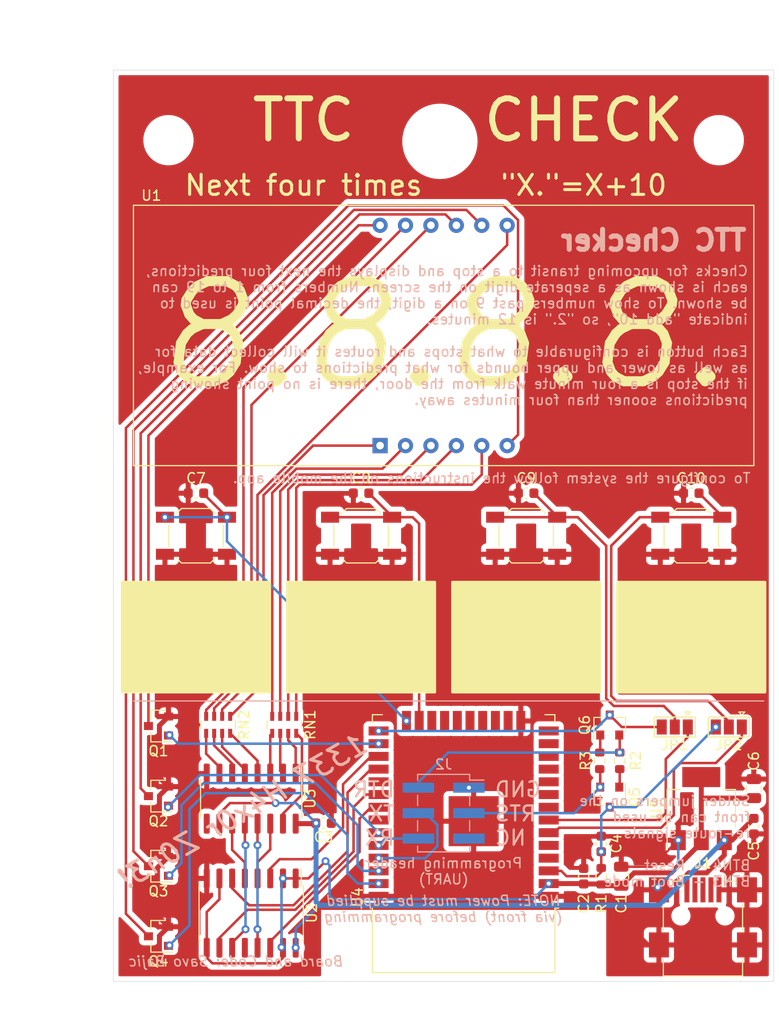
<source format=kicad_pcb>
(kicad_pcb (version 20211014) (generator pcbnew)
  (layers (0 "F.Cu" signal) (31 "B.Cu" signal) (34 "B.Paste" user) (35 "F.Paste" user) (36 "B.SilkS" user "B.Silkscreen") (37 "F.SilkS" user "F.Silkscreen") (38 "B.Mask" user) (39 "F.Mask" user) (44 "Edge.Cuts" user))
  (net 0 "")
  (net 1 "/EN")
  (net 2 "GND")
  (net 3 "/BUT_{1}")
  (net 4 "+3V3")
  (net 5 "/BUT_{2}")
  (net 6 "+5V")
  (net 7 "/RX")
  (net 8 "/TX")
  (net 9 "/RTS")
  (net 10 "/DTR")
  (net 11 "/BOOT")
  (net 12 "/SW_{3}")
  (net 13 "/SW_{4}")
  (net 18 "/E")
  (net 19 "/F")
  (net 20 "/G")
  (net 21 "/DP")
  (net 22 "/A")
  (net 23 "/B")
  (net 24 "/C")
  (net 25 "/D")
  (net 26 "/OE")
  (net 27 "/RCLK")
  (net 28 "/SRCLCK")
  (net 29 "/SER")
  (net 30 "/BUT_{3}")
  (net 31 "/BUT_{4}")
  (net 32 "/DIGIT_{1}")
  (net 33 "/DIGIT_{2}")
  (net 34 "Net-(Q5-Pad1)")
  (net 35 "Net-(Q6-Pad1)")
  (net 36 "/DIGIT_{3}")
  (net 37 "/DIGIT_{4}")
  (net 38 "Net-(RN2-Pad5)")
  (net 39 "Net-(RN2-Pad6)")
  (net 40 "Net-(RN2-Pad7)")
  (net 41 "Net-(RN2-Pad8)")
  (net 42 "Net-(RN1-Pad5)")
  (net 43 "Net-(RN1-Pad6)")
  (net 44 "Net-(RN1-Pad7)")
  (net 45 "Net-(RN1-Pad8)")
  (net 46 "/OE_{5V}")
  (net 48 "/RCLK_{5V}")
  (net 49 "/SRCLK_{5V}")
  (net 50 "/SER_{5V}")
  (net 70 "/C_{1}")
  (net 71 "/C_{2}")
  (net 72 "/C_{3}")
  (net 73 "/C_{4}")
  (footprint "Capacitor_SMD:C_0603_1608Metric" (layer "F.Cu") (at 103.75 109.275 -90)
    (fp_text reference "C4")
    (fp_text value "100n")
  )
  (footprint "Capacitor_SMD:C_0603_1608Metric" (layer "F.Cu") (at 63.25 74.25)
    (fp_text reference "C7")
    (fp_text value "100n")
  )
  (footprint "Capacitor_SMD:C_0805_2012Metric" (layer "F.Cu") (at 105.75 112.5 90)
    (fp_text reference "C1")
    (fp_text value "22µ")
  )
  (footprint "Capacitor_SMD:C_0603_1608Metric" (layer "F.Cu") (at 102 112.5 -90)
    (fp_text reference "C2")
    (fp_text value "100n")
  )
  (footprint "Capacitor_SMD:C_0603_1608Metric" (layer "F.Cu") (at 79.75 74.25)
    (fp_text reference "C8")
    (fp_text value "100n")
  )
  (footprint "Capacitor_SMD:C_0603_1608Metric" (layer "F.Cu") (at 112.75 74.25)
    (fp_text reference "C10")
    (fp_text value "100n")
  )
  (footprint "Capacitor_SMD:C_0603_1608Metric" (layer "F.Cu") (at 119 107.5 90)
    (fp_text reference "C5")
    (fp_text value "10µ")
  )
  (footprint "Capacitor_SMD:C_0805_2012Metric" (layer "F.Cu") (at 119 103.75 90)
    (fp_text reference "C6")
    (fp_text value "22µ")
  )
  (footprint "Capacitor_SMD:C_0603_1608Metric" (layer "F.Cu") (at 76 107.2)
    (fp_text reference "C3")
    (fp_text value "100n")
  )
  (footprint "Connector_USB:USB_Mini-B_Wuerth_65100516121_Horizontal" (layer "F.Cu") (at 113.916 116.462)
    (fp_text reference "J1")
    (fp_text value "USB_B_Mini")
  )
  (footprint "Jumper:SolderJumper-3_P1.3mm_Open_Pad1.0x1.5mm" (layer "F.Cu") (at 111.1 97.6 180)
    (fp_text reference "JP1")
    (fp_text value "DEBUG1")
  )
  (footprint "Jumper:SolderJumper-3_P1.3mm_Open_Pad1.0x1.5mm" (layer "F.Cu") (at 116.5 97.6 180)
    (fp_text reference "JP2")
    (fp_text value "DEBUG2")
  )
  (footprint "Package_TO_SOT_SMD:SOT-23" (layer "F.Cu") (at 59.5 97.5 180)
    (fp_text reference "Q1")
    (fp_text value "2N7002")
  )
  (footprint "Package_TO_SOT_SMD:SOT-23" (layer "F.Cu") (at 59.5 104.5 180)
    (fp_text reference "Q2")
    (fp_text value "2N7002")
  )
  (footprint "Package_TO_SOT_SMD:SOT-23" (layer "F.Cu") (at 59.5 111.5 180)
    (fp_text reference "Q3")
    (fp_text value "2N7002")
  )
  (footprint "Package_TO_SOT_SMD:SOT-23" (layer "F.Cu") (at 59.5 118.5 180)
    (fp_text reference "Q4")
    (fp_text value "2N7002")
  )
  (footprint "Resistor_SMD:R_0603_1608Metric" (layer "F.Cu") (at 103.75 112.5 -90)
    (fp_text reference "R1")
    (fp_text value "10k")
  )
  (footprint "Resistor_SMD:R_0603_1608Metric" (layer "F.Cu") (at 105.6 100.975 90)
    (fp_text reference "R2")
    (fp_text value "10k")
  )
  (footprint "Resistor_SMD:R_0603_1608Metric" (layer "F.Cu") (at 103.6 100.975 -90)
    (fp_text reference "R3")
    (fp_text value "10k")
  )
  (footprint "Resistor_SMD:R_Array_Concave_4x0603" (layer "F.Cu") (at 72.072 97.384 -90)
    (fp_text reference "RN1")
    (fp_text value "110")
  )
  (footprint "Resistor_SMD:R_Array_Concave_4x0603" (layer "F.Cu") (at 65.468 97.384 -90)
    (fp_text reference "RN2")
    (fp_text value "110")
  )
  (footprint "Button_Switch_SMD:SW_SPST_SKQG_WithStem" (layer "F.Cu") (at 63.25 78.5 180)
    (fp_text reference "SW1")
    (fp_text value "SW_Push")
  )
  (footprint "Button_Switch_SMD:SW_SPST_SKQG_WithStem" (layer "F.Cu") (at 79.75 78.5 180)
    (fp_text reference "SW2")
    (fp_text value "SW_Push")
  )
  (footprint "Button_Switch_SMD:SW_SPST_SKQG_WithStem" (layer "F.Cu") (at 96.25 78.5 180)
    (fp_text reference "SW3")
    (fp_text value "SW_Push")
  )
  (footprint "Button_Switch_SMD:SW_SPST_SKQG_WithStem" (layer "F.Cu") (at 112.75 78.5 180)
    (fp_text reference "SW4")
    (fp_text value "SW_Push")
  )
  (footprint "RF_Module:ESP32-WROOM-32" (layer "F.Cu") (at 90 106.25 180)
    (fp_text reference "U4")
    (fp_text value "ESP32-WROOM-32D")
  )
  (footprint "Package_SO:SO-16_5.3x10.2mm_P1.27mm" (layer "F.Cu") (at 68.77 116.18 -90)
    (fp_text reference "U2")
    (fp_text value "CD40109")
  )
  (footprint "Package_TO_SOT_SMD:SOT-223-3_TabPin2" (layer "F.Cu") (at 113.75 105.75 90)
    (fp_text reference "U5")
    (fp_text value "AP1117-33")
  )
  (footprint "Package_SO:SOP-16_3.9x9.9mm_P1.27mm" (layer "F.Cu") (at 68.77 104.75 -90)
    (fp_text reference "U3")
    (fp_text value "74HC595")
  )
  (footprint "ttc_sign:7SEG4DIG20MM" (layer "F.Cu") (at 88 58.5)
    (fp_text reference "U1")
    (fp_text value "DISPLAY")
  )
  (footprint "Package_TO_SOT_SMD:SOT-23" (layer "F.Cu") (at 104.6 104.6 -90)
    (fp_text reference "Q5")
    (fp_text value "S8050")
  )
  (footprint "Package_TO_SOT_SMD:SOT-23" (layer "F.Cu") (at 104.6 97.4 90)
    (fp_text reference "Q6")
    (fp_text value "S8050")
  )
  (footprint "MountingHole:MountingHole_4mm" (layer "F.Cu") (at 60.5 39)
    (fp_text reference "H1")
    (fp_text value "4MM")
  )
  (footprint "MountingHole:MountingHole_6.5mm" (layer "F.Cu") (at 87.63 39.116)
    (fp_text reference "H2")
    (fp_text value "6.5MM")
  )
  (footprint "MountingHole:MountingHole_4mm" (layer "F.Cu") (at 115.5 39)
    (fp_text reference "H3")
    (fp_text value "4MM")
  )
  (footprint "Capacitor_SMD:C_0603_1608Metric" (layer "F.Cu") (at 96.25 74.25)
    (fp_text reference "C9")
    (fp_text value "100n")
  )
  (footprint "Connector_PinHeader_2.54mm:PinHeader_2x03_P2.54mm_Vertical_SMD" (layer "B.Cu") (at 88 106.2 180)
    (fp_text reference "J2")
    (fp_text value "PROG")
  )
  (gr_line (start 120 95) (end 57 95) (layer "B.SilkS") (width 0.12))
  (gr_line (start 55 123) (end 55 32) (layer "Edge.Cuts") (width 0.05))
  (gr_line (start 121 32) (end 121 123) (layer "Edge.Cuts") (width 0.05))
  (gr_line (start 121 123) (end 55 123) (layer "Edge.Cuts") (width 0.05))
  (gr_line (start 55 32) (end 121 32) (layer "Edge.Cuts") (width 0.05))
  (gr_text "NOTE: Power must be supplied\n(via front) before programming" (at 88 115.75) (layer "B.SilkS") (effects (font (size 1 1) (thickness 0.15) italic) (justify mirror)))
  (gr_text "TTC Checker" (at 118.5 49) (layer "B.SilkS") (effects (font (size 2 2) (thickness 0.5)) (justify left mirror)))
  (gr_text "DTR\nTX\nRX" (at 83.25 106.25) (layer "B.SilkS") (effects (font (size 1.5 1.5) (thickness 0.225)) (justify left mirror)))
  (gr_text "To configure the system follow the instructions on the mobile app." (at 118.75 72.75) (layer "B.SilkS") (effects (font (size 1 1)) (justify left mirror)))
  (gr_text "Programming header\n(UART)" (at 88 112) (layer "B.SilkS") (effects (font (size 1 1)) (justify mirror)))
  (gr_text "GND\nRTS\nNC" (at 93 106.25) (layer "B.SilkS") (effects (font (size 1.5 1.5) (thickness 0.225)) (justify right mirror)))
  (gr_text "Board and Code: Savo Bajic" (at 67.25 121) (layer "B.SilkS") (effects (font (size 1 1) (thickness 0.15) italic) (justify mirror)))
  (gr_text "Checks for upcoming transit to a stop and displays the next four predictions,\neach is shown as a seperate digit on the screen. Numbers from 1 to 19 can\nbe shown. To show numbers past 9 on a digit, the decimal point is used to\nindicate \"add 10\", so \"2.\" is 12 minutes.\n\nEach button is configurable to what stops and routes it will collect data for\nas well as lower and upper bounds for what predictions to show. For example,\nif the stop is a four minute walk from the door, there is no point showing\npredictions sooner than four minutes away." (at 118.5 58.5) (layer "B.SilkS") (effects (font (size 1 1)) (justify left mirror)))
  (gr_text "Solder jumpers on the\nfront can be used\nre-route signals\n\nBTN4 - Reset\nBTN3 - Boot mode" (at 118.75 109) (layer "B.SilkS") (effects (font (size 1 1)) (justify left mirror)))
  (gr_text "1337 H4x0r Z0n3!" (at 68 106 30) (layer "B.SilkS") (effects (font (size 2 2) (thickness 0.3) italic) (justify mirror)))
  (gr_text "Next four times" (at 74 43.5) (layer "F.SilkS") (effects (font (size 2 2) (thickness 0.3))))
  (gr_text "\"X.\"=X+10" (at 102 43.5) (layer "F.SilkS") (effects (font (size 2 2) (thickness 0.3))))
  (gr_text "TTC" (at 74 37) (layer "F.SilkS") (effects (font (size 4 4) (thickness 0.6))))
  (gr_text "CHECK" (at 102 37) (layer "F.SilkS") (effects (font (size 4 4) (thickness 0.6))))
  (segment (start 99.75 111.965) (end 98.5 111.965) (width 0.25) (layer "F.Cu") (net 1))
  (segment (start 103.325 112.5) (end 100.285 112.5) (width 0.25) (layer "F.Cu") (net 1))
  (segment (start 100.285 112.5) (end 99.75 111.965) (width 0.25) (layer "F.Cu") (net 1))
  (segment (start 103.75 112.075) (end 103.325 112.5) (width 0.25) (layer "F.Cu") (net 1))
  (segment (start 103.75 111.675) (end 103.75 112.075) (width 0.25) (layer "F.Cu") (net 1))
  (segment (start 103.75 110.05) (end 103.75 111.675) (width 0.25) (layer "F.Cu") (net 1))
  (via (at 104.6 105.6) (size 0.8) (drill 0.4) (layers "F.Cu" "B.Cu") (net 1))
  (via (at 103.75 110.05) (size 0.8) (drill 0.4) (layers "F.Cu" "B.Cu") (net 1))
  (via (at 115.2 97.6) (size 0.8) (drill 0.4) (layers "F.Cu" "B.Cu") (net 1))
  (segment (start 103.75 110.05) (end 103.75 106.45) (width 0.25) (layer "B.Cu") (net 1))
  (segment (start 103.75 106.45) (end 104.6 105.6) (width 0.25) (layer "B.Cu") (net 1))
  (segment (start 104.6 105.6) (end 107.2 105.6) (width 0.25) (layer "B.Cu") (net 1))
  (segment (start 107.2 105.6) (end 115.2 97.6) (width 0.25) (layer "B.Cu") (net 1))
  (segment (start 109.516 113.862) (end 109.516 113.716) (width 0.25) (layer "F.Cu") (net 2))
  (segment (start 60.5 117.55) (end 59.599999 118.450001) (width 0.5) (layer "F.Cu") (net 2))
  (segment (start 59.400001 116.450001) (end 60.5 117.55) (width 0.5) (layer "F.Cu") (net 2))
  (segment (start 91 114.5) (end 90.995 114.505) (width 0.5) (layer "F.Cu") (net 2))
  (segment (start 76.469002 114.505) (end 81.5 114.505) (width 0.5) (layer "F.Cu") (net 2))
  (segment (start 108.387998 119.362) (end 109.516 119.362) (width 0.5) (layer "F.Cu") (net 2))
  (segment (start 59.599999 120.210001) (end 61.6 122.2) (width 0.5) (layer "F.Cu") (net 2))
  (segment (start 91 104.135) (end 90.525 103.66) (width 0.25) (layer "F.Cu") (net 2))
  (segment (start 75.29999 115.674012) (end 76.469002 114.505) (width 0.5) (layer "F.Cu") (net 2))
  (segment (start 59.599999 104.450001) (end 59.599999 109.649999) (width 0.5) (layer "F.Cu") (net 2))
  (segment (start 91 107.005) (end 91 114.5) (width 0.5) (layer "F.Cu") (net 2))
  (segment (start 109.516 113.716) (end 109.4 113.6) (width 0.25) (layer "F.Cu") (net 2))
  (segment (start 90.995 114.505) (end 98.5 114.505) (width 0.5) (layer "F.Cu") (net 2))
  (segment (start 91 107.005) (end 91 104.135) (width 0.25) (layer "F.Cu") (net 2))
  (segment (start 59.599999 102.649999) (end 60.5 103.55) (width 0.5) (layer "F.Cu") (net 2))
  (segment (start 75.29999 122.2) (end 75.29999 115.674012) (width 0.5) (layer "F.Cu") (net 2))
  (segment (start 81.5 114.505) (end 90.995 114.505) (width 0.5) (layer "F.Cu") (net 2))
  (segment (start 59.599999 97.450001) (end 59.599999 102.649999) (width 0.5) (layer "F.Cu") (net 2))
  (segment (start 61.6 122.2) (end 75.29999 122.2) (width 0.5) (layer "F.Cu") (net 2))
  (segment (start 98.5 114.505) (end 103.530998 114.505) (width 0.5) (layer "F.Cu") (net 2))
  (segment (start 59.599999 109.649999) (end 60.5 110.55) (width 0.5) (layer "F.Cu") (net 2))
  (segment (start 60.5 103.55) (end 59.599999 104.450001) (width 0.5) (layer "F.Cu") (net 2))
  (segment (start 59.599999 118.450001) (end 59.599999 120.210001) (width 0.5) (layer "F.Cu") (net 2))
  (segment (start 60.5 96.55) (end 59.599999 97.450001) (width 0.5) (layer "F.Cu") (net 2))
  (segment (start 59.400001 111.649999) (end 59.400001 116.450001) (width 0.5) (layer "F.Cu") (net 2))
  (segment (start 108.8 111.55) (end 111.45 108.9) (width 0.25) (layer "F.Cu") (net 2))
  (segment (start 60.5 110.55) (end 59.400001 111.649999) (width 0.5) (layer "F.Cu") (net 2))
  (segment (start 105.75 111.55) (end 108.8 111.55) (width 0.25) (layer "F.Cu") (net 2))
  (segment (start 103.530998 114.505) (end 108.387998 119.362) (width 0.5) (layer "F.Cu") (net 2))
  (via (at 111.45 108.9) (size 0.8) (drill 0.4) (layers "F.Cu" "B.Cu") (net 2))
  (via (at 109.4 113.6) (size 0.8) (drill 0.4) (layers "F.Cu" "B.Cu") (net 2))
  (via (at 90.525 103.66) (size 0.8) (drill 0.4) (layers "F.Cu" "B.Cu") (net 2))
  (segment (start 109.4 113.6) (end 111.45 111.55) (width 0.25) (layer "B.Cu") (net 2))
  (segment (start 111.45 111.55) (end 111.45 108.9) (width 0.25) (layer "B.Cu") (net 2))
  (segment (start 64.025 74.25) (end 64.025 74.325) (width 0.25) (layer "F.Cu") (net 3))
  (segment (start 64.025 74.325) (end 66.35 76.65) (width 0.25) (layer "F.Cu") (net 3))
  (via (at 60.15 76.65) (size 0.8) (drill 0.4) (layers "F.Cu" "B.Cu") (net 3))
  (via (at 84.285 96.995) (size 0.8) (drill 0.4) (layers "F.Cu" "B.Cu") (net 3))
  (via (at 66.35 76.65) (size 0.8) (drill 0.4) (layers "F.Cu" "B.Cu") (net 3))
  (segment (start 66.35 76.65) (end 66.35 79.06) (width 0.25) (layer "B.Cu") (net 3))
  (segment (start 66.35 76.65) (end 60.15 76.65) (width 0.25) (layer "B.Cu") (net 3))
  (segment (start 66.35 79.06) (end 84.285 96.995) (width 0.25) (layer "B.Cu") (net 3))
  (segment (start 65.595 114.805) (end 64.325 116.075) (width 0.25) (layer "F.Cu") (net 4))
  (segment (start 71.945 112.7175) (end 73.215 112.7175) (width 0.25) (layer "F.Cu") (net 4))
  (segment (start 113.75 109.15) (end 110.738001 112.161999) (width 0.5) (layer "F.Cu") (net 4))
  (segment (start 71.945 119.6425) (end 71.8425 119.6425) (width 0.25) (layer "F.Cu") (net 4))
  (segment (start 98.5 113.235) (end 101.96 113.235) (width 0.5) (layer "F.Cu") (net 4))
  (segment (start 64.325 120.63) (end 64.895 121.2) (width 0.25) (layer "F.Cu") (net 4))
  (segment (start 73.215 112.7175) (end 74.4825 112.7175) (width 0.25) (layer "F.Cu") (net 4))
  (segment (start 110.738001 112.161999) (end 107.038001 112.161999) (width 0.5) (layer "F.Cu") (net 4))
  (segment (start 103.875 113.45) (end 103.75 113.325) (width 0.5) (layer "F.Cu") (net 4))
  (segment (start 119 104.7) (end 113.8 104.7) (width 0.5) (layer "F.Cu") (net 4))
  (segment (start 64.325 116.075) (end 64.325 119.6425) (width 0.25) (layer "F.Cu") (net 4))
  (segment (start 101.96 113.235) (end 102 113.275) (width 0.5) (layer "F.Cu") (net 4))
  (segment (start 113.8 104.7) (end 113.75 104.65) (width 0.5) (layer "F.Cu") (net 4))
  (segment (start 102 113.275) (end 103.7 113.275) (width 0.5) (layer "F.Cu") (net 4))
  (segment (start 107.038001 112.161999) (end 105.75 113.45) (width 0.5) (layer "F.Cu") (net 4))
  (segment (start 71.8425 119.6425) (end 71.8 119.6) (width 0.25) (layer "F.Cu") (net 4))
  (segment (start 71.375 121.2) (end 71.945 120.63) (width 0.25) (layer "F.Cu") (net 4))
  (segment (start 64.325 119.6425) (end 64.325 120.63) (width 0.25) (layer "F.Cu") (net 4))
  (segment (start 71.945 120.63) (end 71.945 119.6425) (width 0.25) (layer "F.Cu") (net 4))
  (segment (start 65.595 112.7175) (end 65.595 114.805) (width 0.25) (layer "F.Cu") (net 4))
  (segment (start 113.75 108.9) (end 113.75 104.65) (width 0.5) (layer "F.Cu") (net 4))
  (segment (start 105.75 113.45) (end 103.875 113.45) (width 0.5) (layer "F.Cu") (net 4))
  (segment (start 103.7 113.275) (end 103.75 113.325) (width 0.5) (layer "F.Cu") (net 4))
  (segment (start 113.75 104.65) (end 113.75 102.6) (width 0.5) (layer "F.Cu") (net 4))
  (segment (start 74.4825 112.7175) (end 76.2 111) (width 0.25) (layer "F.Cu") (net 4))
  (segment (start 113.75 108.9) (end 113.75 109.15) (width 0.5) (layer "F.Cu") (net 4))
  (segment (start 64.895 121.2) (end 71.375 121.2) (width 0.25) (layer "F.Cu") (net 4))
  (via (at 71.8 119.6) (size 0.8) (drill 0.4) (layers "F.Cu" "B.Cu") (net 4))
  (via (at 76.2 111) (size 0.8) (drill 0.4) (layers "F.Cu" "B.Cu") (net 4))
  (via (at 98.5 113.235) (size 0.8) (drill 0.4) (layers "F.Cu" "B.Cu") (net 4))
  (via (at 71.945 112.7175) (size 0.8) (drill 0.4) (layers "F.Cu" "B.Cu") (net 4))
  (segment (start 76.6 111.4) (end 76.6 114.4) (width 0.25) (layer "B.Cu") (net 4))
  (segment (start 76.6 114.4) (end 77 114.8) (width 0.25) (layer "B.Cu") (net 4))
  (segment (start 77 114.8) (end 96.935 114.8) (width 0.25) (layer "B.Cu") (net 4))
  (segment (start 71.8 119.6) (end 71.8 112.8625) (width 0.25) (layer "B.Cu") (net 4))
  (segment (start 71.8 112.8625) (end 71.945 112.7175) (width 0.25) (layer "B.Cu") (net 4))
  (segment (start 96.935 114.8) (end 98.5 113.235) (width 0.25) (layer "B.Cu") (net 4))
  (segment (start 76.2 111) (end 76.6 111.4) (width 0.25) (layer "B.Cu") (net 4))
  (segment (start 85.555 77.305) (end 85.555 96.995) (width 0.25) (layer "F.Cu") (net 5))
  (segment (start 84.9 76.65) (end 85.555 77.305) (width 0.25) (layer "F.Cu") (net 5))
  (segment (start 82.85 76.65) (end 84.9 76.65) (width 0.25) (layer "F.Cu") (net 5))
  (segment (start 82.85 76.65) (end 82.85 76.575) (width 0.25) (layer "F.Cu") (net 5))
  (segment (start 82.85 76.65) (end 76.65 76.65) (width 0.25) (layer "F.Cu") (net 5))
  (segment (start 82.85 76.575) (end 80.525 74.25) (width 0.25) (layer "F.Cu") (net 5))
  (segment (start 66.645 105.2) (end 71.2 105.2) (width 0.25) (layer "F.Cu") (net 6))
  (segment (start 112.316 112.351998) (end 112.505999 112.161999) (width 0.5) (layer "F.Cu") (net 6))
  (segment (start 73.215 107.25) (end 75.2 107.25) (width 0.5) (layer "F.Cu") (net 6))
  (segment (start 112.505999 112.161999) (end 114.288001 112.161999) (width 0.5) (layer "F.Cu") (net 6))
  (segment (start 116.05 110.4) (end 116.05 108.9) (width 0.5) (layer "F.Cu") (net 6))
  (segment (start 112.316 113.862) (end 112.316 112.351998) (width 0.5) (layer "F.Cu") (net 6))
  (segment (start 65.595 107.25) (end 65.595 106.25) (width 0.25) (layer "F.Cu") (net 6))
  (segment (start 75.2 107.25) (end 75.25 107.2) (width 0.5) (layer "F.Cu") (net 6))
  (segment (start 116.05 108.9) (end 116.825 108.9) (width 0.5) (layer "F.Cu") (net 6))
  (segment (start 116.825 108.9) (end 119 106.725) (width 0.5) (layer "F.Cu") (net 6))
  (segment (start 65.595 106.25) (end 66.645 105.2) (width 0.25) (layer "F.Cu") (net 6))
  (segment (start 114.288001 112.161999) (end 116.05 110.4) (width 0.5) (layer "F.Cu") (net 6))
  (via (at 73.215 119.6425) (size 0.8) (drill 0.4) (layers "F.Cu" "B.Cu") (net 6))
  (via (at 75.25 107.2) (size 0.8) (drill 0.4) (layers "F.Cu" "B.Cu") (net 6))
  (via (at 71.2 105.2) (size 0.8) (drill 0.4) (layers "F.Cu" "B.Cu") (net 6))
  (via (at 116.05 108.9) (size 0.8) (drill 0.4) (layers "F.Cu" "B.Cu") (net 6))
  (segment (start 75.25 115.075998) (end 75.25 107.2) (width 0.5) (layer "B.Cu") (net 6))
  (segment (start 109.55 115.4) (end 75.574002 115.4) (width 0.5) (layer "B.Cu") (net 6))
  (segment (start 75.574002 115.4) (end 75.25 115.075998) (width 0.5) (layer "B.Cu") (net 6))
  (segment (start 116.05 108.9) (end 109.55 115.4) (width 0.5) (layer "B.Cu") (net 6))
  (segment (start 73.25 105.2) (end 75.25 107.2) (width 0.25) (layer "B.Cu") (net 6))
  (segment (start 71.2 105.2) (end 73.25 105.2) (width 0.25) (layer "B.Cu") (net 6))
  (segment (start 75.574002 115.4) (end 73.215 117.759002) (width 0.25) (layer "B.Cu") (net 6))
  (segment (start 73.215 117.759002) (end 73.215 119.6425) (width 0.25) (layer "B.Cu") (net 6))
  (via (at 81.5 109.425) (size 0.8) (drill 0.4) (layers "F.Cu" "B.Cu") (net 7))
  (segment (start 85.475 108.74) (end 82.185 108.74) (width 0.25) (layer "B.Cu") (net 7))
  (segment (start 82.185 108.74) (end 81.5 109.425) (width 0.25) (layer "B.Cu") (net 7))
  (via (at 81.5 110.695) (size 0.8) (drill 0.4) (layers "F.Cu" "B.Cu") (net 8))
  (segment (start 86.2 106.2) (end 87.375001 107.375001) (width 0.25) (layer "B.Cu") (net 8))
  (segment (start 87.375001 109.500001) (end 86.180002 110.695) (width 0.25) (layer "B.Cu") (net 8))
  (segment (start 85.475 106.2) (end 86.2 106.2) (width 0.25) (layer "B.Cu") (net 8))
  (segment (start 87.375001 107.375001) (end 87.375001 109.500001) (width 0.25) (layer "B.Cu") (net 8))
  (segment (start 86.180002 110.695) (end 81.5 110.695) (width 0.25) (layer "B.Cu") (net 8))
  (segment (start 103.65 101.85) (end 103.6 101.8) (width 0.25) (layer "F.Cu") (net 9))
  (segment (start 103.65 103.6) (end 103.65 101.85) (width 0.25) (layer "F.Cu") (net 9))
  (via (at 103.65 103.6) (size 0.8) (drill 0.4) (layers "F.Cu" "B.Cu") (net 9))
  (segment (start 90.525 106.2) (end 101.05 106.2) (width 0.25) (layer "B.Cu") (net 9))
  (segment (start 101.05 106.2) (end 103.65 103.6) (width 0.25) (layer "B.Cu") (net 9))
  (segment (start 105.6 98.45) (end 105.55 98.4) (width 0.25) (layer "F.Cu") (net 10))
  (segment (start 105.6 100.15) (end 105.6 98.45) (width 0.25) (layer "F.Cu") (net 10))
  (via (at 105.6 100.15) (size 0.8) (drill 0.4) (layers "F.Cu" "B.Cu") (net 10))
  (segment (start 85.475 103.125) (end 88.45 100.15) (width 0.25) (layer "B.Cu") (net 10))
  (segment (start 88.45 100.15) (end 105.6 100.15) (width 0.25) (layer "B.Cu") (net 10))
  (segment (start 85.475 103.66) (end 85.475 103.125) (width 0.25) (layer "B.Cu") (net 10))
  (segment (start 105.8 97.6) (end 104.6 96.4) (width 0.25) (layer "F.Cu") (net 11))
  (segment (start 109.8 97.6) (end 105.8 97.6) (width 0.25) (layer "F.Cu") (net 11))
  (via (at 81.5 97.995) (size 0.8) (drill 0.4) (layers "F.Cu" "B.Cu") (net 11))
  (via (at 104.6 96.4) (size 0.8) (drill 0.4) (layers "F.Cu" "B.Cu") (net 11))
  (segment (start 103.005 97.995) (end 81.5 97.995) (width 0.25) (layer "B.Cu") (net 11))
  (segment (start 104.6 96.4) (end 103.005 97.995) (width 0.25) (layer "B.Cu") (net 11))
  (segment (start 104.25 94.75) (end 105 95.5) (width 0.25) (layer "F.Cu") (net 12))
  (segment (start 110 95.5) (end 111.1 96.6) (width 0.25) (layer "F.Cu") (net 12))
  (segment (start 101.4 76.65) (end 104.25 79.5) (width 0.25) (layer "F.Cu") (net 12))
  (segment (start 105 95.5) (end 110 95.5) (width 0.25) (layer "F.Cu") (net 12))
  (segment (start 99.35 76.65) (end 99.35 76.575) (width 0.25) (layer "F.Cu") (net 12))
  (segment (start 99.35 76.65) (end 101.4 76.65) (width 0.25) (layer "F.Cu") (net 12))
  (segment (start 99.35 76.575) (end 97.025 74.25) (width 0.25) (layer "F.Cu") (net 12))
  (segment (start 99.35 76.65) (end 93.15 76.65) (width 0.25) (layer "F.Cu") (net 12))
  (segment (start 111.1 96.6) (end 111.1 97.6) (width 0.25) (layer "F.Cu") (net 12))
  (segment (start 104.25 79.5) (end 104.25 94.75) (width 0.25) (layer "F.Cu") (net 12))
  (segment (start 115.85 76.65) (end 115.85 76.575) (width 0.25) (layer "F.Cu") (net 13))
  (segment (start 107.6 76.65) (end 104.75 79.5) (width 0.25) (layer "F.Cu") (net 13))
  (segment (start 104.75 94.5) (end 105.25 95) (width 0.25) (layer "F.Cu") (net 13))
  (segment (start 109.65 76.65) (end 107.6 76.65) (width 0.25) (layer "F.Cu") (net 13))
  (segment (start 114.435002 95) (end 116.5 97.064998) (width 0.25) (layer "F.Cu") (net 13))
  (segment (start 104.75 79.5) (end 104.75 94.5) (width 0.25) (layer "F.Cu") (net 13))
  (segment (start 115.85 76.65) (end 109.65 76.65) (width 0.25) (layer "F.Cu") (net 13))
  (segment (start 105.25 95) (end 114.435002 95) (width 0.25) (layer "F.Cu") (net 13))
  (segment (start 116.5 97.064998) (end 116.5 97.6) (width 0.25) (layer "F.Cu") (net 13))
  (segment (start 115.85 76.575) (end 113.525 74.25) (width 0.25) (layer "F.Cu") (net 13))
  (segment (start 70 74.45436) (end 70 93.202) (width 0.25) (layer "F.Cu") (net 18))
  (segment (start 70 93.202) (end 66.668 96.534) (width 0.25) (layer "F.Cu") (net 18))
  (segment (start 81.65 69.5) (end 74.95436 69.5) (width 0.25) (layer "F.Cu") (net 18))
  (segment (start 74.95436 69.5) (end 70 74.45436) (width 0.25) (layer "F.Cu") (net 18))
  (segment (start 65.068 96.534) (end 65.068 95.732) (width 0.25) (layer "F.Cu") (net 19))
  (segment (start 65.068 95.732) (end 68.8 92) (width 0.25) (layer "F.Cu") (net 19))
  (segment (start 68.8 65.43) (end 86.73 47.5) (width 0.25) (layer "F.Cu") (net 19))
  (segment (start 68.8 92) (end 68.8 65.43) (width 0.25) (layer "F.Cu") (net 19))
  (segment (start 73.272 96.534) (end 73.272 73.728) (width 0.25) (layer "F.Cu") (net 20))
  (segment (start 90.8 73.4) (end 91.81 72.39) (width 0.25) (layer "F.Cu") (net 20))
  (segment (start 91.81 72.39) (end 91.81 69.5) (width 0.25) (layer "F.Cu") (net 20))
  (segment (start 73.6 73.4) (end 90.8 73.4) (width 0.25) (layer "F.Cu") (net 20))
  (segment (start 73.272 73.728) (end 73.6 73.4) (width 0.25) (layer "F.Cu") (net 20))
  (segment (start 71.672 74.05518) (end 73.32718 72.4) (width 0.25) (layer "F.Cu") (net 21))
  (segment (start 73.32718 72.4) (end 83.83 72.4) (width 0.25) (layer "F.Cu") (net 21))
  (segment (start 83.83 72.4) (end 86.73 69.5) (width 0.25) (layer "F.Cu") (net 21))
  (segment (start 71.672 96.534) (end 71.672 74.05518) (width 0.25) (layer "F.Cu") (net 21))
  (segment (start 64.268 95.89559) (end 64.268 96.534) (width 0.25) (layer "F.Cu") (net 22))
  (segment (start 84.19 47.5) (end 68 63.69) (width 0.25) (layer "F.Cu") (net 22))
  (segment (start 68 92.16359) (end 64.268 95.89559) (width 0.25) (layer "F.Cu") (net 22))
  (segment (start 68 63.69) (end 68 92.16359) (width 0.25) (layer "F.Cu") (net 22))
  (segment (start 65.868 95.834) (end 69.4 92.302) (width 0.25) (layer "F.Cu") (net 23))
  (segment (start 69.4 92.302) (end 69.4 74.41795) (width 0.25) (layer "F.Cu") (net 23))
  (segment (start 94.35 49.46795) (end 94.35 47.5) (width 0.25) (layer "F.Cu") (net 23))
  (segment (start 65.868 96.534) (end 65.868 95.834) (width 0.25) (layer "F.Cu") (net 23))
  (segment (start 69.4 74.41795) (end 94.35 49.46795) (width 0.25) (layer "F.Cu") (net 23))
  (segment (start 85.820009 72.949991) (end 73.4136 72.94999) (width 0.25) (layer "F.Cu") (net 24))
  (segment (start 72.472 73.89159) (end 72.472 96.534) (width 0.25) (layer "F.Cu") (net 24))
  (segment (start 89.27 69.5) (end 85.820009 72.949991) (width 0.25) (layer "F.Cu") (net 24))
  (segment (start 73.4136 72.94999) (end 72.472 73.89159) (width 0.25) (layer "F.Cu") (net 24))
  (segment (start 84.19 69.5) (end 81.89 71.8) (width 0.25) (layer "F.Cu") (net 25))
  (segment (start 81.89 71.8) (end 73.29077 71.8) (width 0.25) (layer "F.Cu") (net 25))
  (segment (start 73.29077 71.8) (end 70.872 74.21877) (width 0.25) (layer "F.Cu") (net 25))
  (segment (start 70.872 74.21877) (end 70.872 96.534) (width 0.25) (layer "F.Cu") (net 25))
  (segment (start 70.675 119.6425) (end 70.675 118.99782) (width 0.25) (layer "F.Cu") (net 26))
  (segment (start 79.6 110.07282) (end 79.6 106.749998) (width 0.25) (layer "F.Cu") (net 26))
  (segment (start 79.6 106.749998) (end 80.734998 105.615) (width 0.25) (layer "F.Cu") (net 26))
  (segment (start 70.675 118.99782) (end 79.6 110.07282) (width 0.25) (layer "F.Cu") (net 26))
  (segment (start 80.734998 105.615) (end 81.5 105.615) (width 0.25) (layer "F.Cu") (net 26))
  (segment (start 73.1864 115.85001) (end 68.39999 115.85001) (width 0.25) (layer "F.Cu") (net 27))
  (segment (start 65.595 118.655) (end 65.595 119.6425) (width 0.25) (layer "F.Cu") (net 27))
  (segment (start 80.25 104.345) (end 79 105.595) (width 0.25) (layer "F.Cu") (net 27))
  (segment (start 81.5 104.345) (end 80.25 104.345) (width 0.25) (layer "F.Cu") (net 27))
  (segment (start 79 105.595) (end 79 110.03641) (width 0.25) (layer "F.Cu") (net 27))
  (segment (start 79 110.03641) (end 73.1864 115.85001) (width 0.25) (layer "F.Cu") (net 27))
  (segment (start 68.39999 115.85001) (end 65.595 118.655) (width 0.25) (layer "F.Cu") (net 27))
  (segment (start 80.734998 101.805) (end 81.5 101.805) (width 0.25) (layer "F.Cu") (net 28))
  (segment (start 68.56 115.4) (end 73 115.4) (width 0.25) (layer "F.Cu") (net 28))
  (segment (start 78.4 110) (end 78.4 104.139998) (width 0.25) (layer "F.Cu") (net 28))
  (segment (start 73 115.4) (end 78.4 110) (width 0.25) (layer "F.Cu") (net 28))
  (segment (start 66.865 112.7175) (end 66.865 113.705) (width 0.25) (layer "F.Cu") (net 28))
  (segment (start 78.4 104.139998) (end 80.734998 101.805) (width 0.25) (layer "F.Cu") (net 28))
  (segment (start 66.865 113.705) (end 68.56 115.4) (width 0.25) (layer "F.Cu") (net 28))
  (segment (start 77.94999 103.320008) (end 80.734998 100.535) (width 0.25) (layer "F.Cu") (net 29))
  (segment (start 71.605 110.8) (end 74.8 110.8) (width 0.25) (layer "F.Cu") (net 29))
  (segment (start 80.734998 100.535) (end 81.5 100.535) (width 0.25) (layer "F.Cu") (net 29))
  (segment (start 70.675 112.7175) (end 70.675 111.73) (width 0.25) (layer "F.Cu") (net 29))
  (segment (start 74.8 110.8) (end 77.94999 107.65001) (width 0.25) (layer "F.Cu") (net 29))
  (segment (start 77.94999 107.65001) (end 77.94999 103.320008) (width 0.25) (layer "F.Cu") (net 29))
  (segment (start 70.675 111.73) (end 71.605 110.8) (width 0.25) (layer "F.Cu") (net 29))
  (segment (start 110.2 100.8) (end 110.2 106.2) (width 0.25) (layer "F.Cu") (net 30))
  (segment (start 112.4 98.6) (end 110.2 100.8) (width 0.25) (layer "F.Cu") (net 30))
  (segment (start 110.2 106.2) (end 109.515 106.885) (width 0.25) (layer "F.Cu") (net 30))
  (segment (start 112.4 97.6) (end 112.4 98.6) (width 0.25) (layer "F.Cu") (net 30))
  (segment (start 109.515 106.885) (end 98.5 106.885) (width 0.25) (layer "F.Cu") (net 30))
  (segment (start 99.539999 107.660001) (end 109.739999 107.660001) (width 0.25) (layer "F.Cu") (net 31))
  (segment (start 115.2 101.2) (end 117.8 98.6) (width 0.25) (layer "F.Cu") (net 31))
  (segment (start 117.8 98.6) (end 117.8 97.6) (width 0.25) (layer "F.Cu") (net 31))
  (segment (start 111.664998 101.2) (end 115.2 101.2) (width 0.25) (layer "F.Cu") (net 31))
  (segment (start 109.739999 107.660001) (end 111 106.4) (width 0.25) (layer "F.Cu") (net 31))
  (segment (start 111 101.864998) (end 111.664998 101.2) (width 0.25) (layer "F.Cu") (net 31))
  (segment (start 98.5 108.155) (end 99.045 108.155) (width 0.25) (layer "F.Cu") (net 31))
  (segment (start 99.045 108.155) (end 99.539999 107.660001) (width 0.25) (layer "F.Cu") (net 31))
  (segment (start 111 106.4) (end 111 101.864998) (width 0.25) (layer "F.Cu") (net 31))
  (segment (start 60.55 98.45) (end 60.6 98.4) (width 0.25) (layer "F.Cu") (net 32))
  (segment (start 60.5 98.45) (end 60.55 98.45) (width 0.25) (layer "F.Cu") (net 32))
  (via (at 81.5 99.265) (size 0.8) (drill 0.4) (layers "F.Cu" "B.Cu") (net 32))
  (via (at 60.6 98.4) (size 0.8) (drill 0.4) (layers "F.Cu" "B.Cu") (net 32))
  (segment (start 60.6 98.4) (end 61.465 99.265) (width 0.25) (layer "B.Cu") (net 32))
  (segment (start 61.465 99.265) (end 81.5 99.265) (width 0.25) (layer "B.Cu") (net 32))
  (segment (start 60.5 105.549999) (end 60.449999 105.6) (width 0.25) (layer "F.Cu") (net 33))
  (segment (start 60.5 105.45) (end 60.5 105.549999) (width 0.25) (layer "F.Cu") (net 33))
  (via (at 60.449999 105.6) (size 0.8) (drill 0.4) (layers "F.Cu" "B.Cu") (net 33))
  (via (at 81.5 108.155) (size 0.8) (drill 0.4) (layers "F.Cu" "B.Cu") (net 33))
  (segment (start 60.449999 105.6) (end 63.649999 102.4) (width 0.25) (layer "B.Cu") (net 33))
  (segment (start 63.649999 102.4) (end 75.745 102.4) (width 0.25) (layer "B.Cu") (net 33))
  (segment (start 75.745 102.4) (end 81.5 108.155) (width 0.25) (layer "B.Cu") (net 33))
  (segment (start 105.6 103.55) (end 105.55 103.6) (width 0.25) (layer "F.Cu") (net 34))
  (segment (start 105.6 101.8) (end 105.6 103.55) (width 0.25) (layer "F.Cu") (net 34))
  (segment (start 103.65 100.1) (end 103.6 100.15) (width 0.25) (layer "F.Cu") (net 35))
  (segment (start 103.65 98.4) (end 103.65 100.1) (width 0.25) (layer "F.Cu") (net 35))
  (segment (start 60.5 112.45) (end 60.55 112.45) (width 0.25) (layer "F.Cu") (net 36))
  (segment (start 60.55 112.45) (end 60.6 112.4) (width 0.25) (layer "F.Cu") (net 36))
  (via (at 81.5 111.965) (size 0.8) (drill 0.4) (layers "F.Cu" "B.Cu") (net 36))
  (via (at 60.6 112.4) (size 0.8) (drill 0.4) (layers "F.Cu" "B.Cu") (net 36))
  (segment (start 75.2 103.2) (end 79.4 107.4) (width 0.25) (layer "B.Cu") (net 36))
  (segment (start 79.4 107.4) (end 79.4 111.4) (width 0.25) (layer "B.Cu") (net 36))
  (segment (start 61.8 111.2) (end 61.8 105.4) (width 0.25) (layer "B.Cu") (net 36))
  (segment (start 60.6 112.4) (end 61.8 111.2) (width 0.25) (layer "B.Cu") (net 36))
  (segment (start 61.8 105.4) (end 64 103.2) (width 0.25) (layer "B.Cu") (net 36))
  (segment (start 79.4 111.4) (end 79.965 111.965) (width 0.25) (layer "B.Cu") (net 36))
  (segment (start 79.965 111.965) (end 81.5 111.965) (width 0.25) (layer "B.Cu") (net 36))
  (segment (start 64 103.2) (end 75.2 103.2) (width 0.25) (layer "B.Cu") (net 36))
  (segment (start 60.5 119.45) (end 60.55 119.45) (width 0.25) (layer "F.Cu") (net 37))
  (segment (start 60.55 119.45) (end 60.6 119.4) (width 0.25) (layer "F.Cu") (net 37))
  (via (at 60.6 119.4) (size 0.8) (drill 0.4) (layers "F.Cu" "B.Cu") (net 37))
  (via (at 81.5 113.235) (size 0.8) (drill 0.4) (layers "F.Cu" "B.Cu") (net 37))
  (segment (start 62.6 105.8) (end 64.2 104.2) (width 0.25) (layer "B.Cu") (net 37))
  (segment (start 78.4 112.2) (end 79.435 113.235) (width 0.25) (layer "B.Cu") (net 37))
  (segment (start 79.435 113.235) (end 81.5 113.235) (width 0.25) (layer "B.Cu") (net 37))
  (segment (start 74.2 104.2) (end 78.4 108.4) (width 0.25) (layer "B.Cu") (net 37))
  (segment (start 64.2 104.2) (end 74.2 104.2) (width 0.25) (layer "B.Cu") (net 37))
  (segment (start 60.6 119.4) (end 62.6 117.4) (width 0.25) (layer "B.Cu") (net 37))
  (segment (start 62.6 117.4) (end 62.6 105.8) (width 0.25) (layer "B.Cu") (net 37))
  (segment (start 78.4 108.4) (end 78.4 112.2) (width 0.25) (layer "B.Cu") (net 37))
  (segment (start 65.595 102.25) (end 65.595 101.595) (width 0.25) (layer "F.Cu") (net 38))
  (segment (start 64.268 100.268) (end 64.268 98.234) (width 0.25) (layer "F.Cu") (net 38))
  (segment (start 65.595 101.595) (end 64.268 100.268) (width 0.25) (layer "F.Cu") (net 38))
  (segment (start 66.865 102.25) (end 66.865 101.25) (width 0.25) (layer "F.Cu") (net 39))
  (segment (start 65.068 99.453) (end 65.068 98.234) (width 0.25) (layer "F.Cu") (net 39))
  (segment (start 66.865 101.25) (end 65.068 99.453) (width 0.25) (layer "F.Cu") (net 39))
  (segment (start 65.868 98.234) (end 65.868 99.581232) (width 0.25) (layer "F.Cu") (net 40))
  (segment (start 68.135 101.848232) (end 68.135 102.25) (width 0.25) (layer "F.Cu") (net 40))
  (segment (start 65.868 99.581232) (end 68.135 101.848232) (width 0.25) (layer "F.Cu") (net 40))
  (segment (start 69.405 100.971) (end 69.405 102.25) (width 0.25) (layer "F.Cu") (net 41))
  (segment (start 66.668 98.234) (end 69.405 100.971) (width 0.25) (layer "F.Cu") (net 41))
  (segment (start 70.675 98.431) (end 70.872 98.234) (width 0.25) (layer "F.Cu") (net 42))
  (segment (start 70.675 102.25) (end 70.675 98.431) (width 0.25) (layer "F.Cu") (net 42))
  (segment (start 71.672 98.234) (end 71.672 101.977) (width 0.25) (layer "F.Cu") (net 43))
  (segment (start 71.672 101.977) (end 71.945 102.25) (width 0.25) (layer "F.Cu") (net 43))
  (segment (start 72.472 98.934) (end 73.215 99.677) (width 0.25) (layer "F.Cu") (net 44))
  (segment (start 72.472 98.234) (end 72.472 98.934) (width 0.25) (layer "F.Cu") (net 44))
  (segment (start 73.215 99.677) (end 73.215 102.25) (width 0.25) (layer "F.Cu") (net 44))
  (segment (start 73.272 98.234) (end 73.84001 98.80201) (width 0.25) (layer "F.Cu") (net 45))
  (segment (start 71.945 106.25) (end 71.945 107.25) (width 0.25) (layer "F.Cu") (net 45))
  (segment (start 73.84001 104.35499) (end 71.945 106.25) (width 0.25) (layer "F.Cu") (net 45))
  (segment (start 73.84001 98.80201) (end 73.84001 104.35499) (width 0.25) (layer "F.Cu") (net 45))
  (segment (start 69.4 109.4) (end 69.4 107.255) (width 0.25) (layer "F.Cu") (net 46))
  (segment (start 69.405 119.6425) (end 69.405 117.805) (width 0.25) (layer "F.Cu") (net 46))
  (segment (start 69.405 117.805) (end 69.4 117.8) (width 0.25) (layer "F.Cu") (net 46))
  (segment (start 69.4 107.255) (end 69.405 107.25) (width 0.25) (layer "F.Cu") (net 46))
  (via (at 69.4 109.4) (size 0.8) (drill 0.4) (layers "F.Cu" "B.Cu") (net 46))
  (via (at 69.4 117.8) (size 0.8) (drill 0.4) (layers "F.Cu" "B.Cu") (net 46))
  (segment (start 69.4 117.8) (end 69.4 109.4) (width 0.25) (layer "B.Cu") (net 46))
  (segment (start 68.2 117.8) (end 66.865 119.135) (width 0.25) (layer "F.Cu") (net 48))
  (segment (start 68.135 107.25) (end 68.135 109.335) (width 0.25) (layer "F.Cu") (net 48))
  (segment (start 68.135 109.335) (end 68.2 109.4) (width 0.25) (layer "F.Cu") (net 48))
  (segment (start 66.865 119.135) (end 66.865 119.6425) (width 0.25) (layer "F.Cu") (net 48))
  (via (at 68.2 117.8) (size 0.8) (drill 0.4) (layers "F.Cu" "B.Cu") (net 48))
  (via (at 68.2 109.4) (size 0.8) (drill 0.4) (layers "F.Cu" "B.Cu") (net 48))
  (segment (start 68.2 109.4) (end 68.2 117.8) (width 0.25) (layer "B.Cu") (net 48))
  (segment (start 68.135 112.7175) (end 68.135 111.135) (width 0.25) (layer "F.Cu") (net 49))
  (segment (start 66.865 109.865) (end 66.865 107.25) (width 0.25) (layer "F.Cu") (net 49))
  (segment (start 68.135 111.135) (end 66.865 109.865) (width 0.25) (layer "F.Cu") (net 49))
  (segment (start 69.405 112.7175) (end 69.405 111.095) (width 0.25) (layer "F.Cu") (net 50))
  (segment (start 69.405 111.095) (end 70.675 109.825) (width 0.25) (layer "F.Cu") (net 50))
  (segment (start 70.675 109.825) (end 70.675 107.25) (width 0.25) (layer "F.Cu") (net 50))
  (segment (start 58.5 68.5) (end 79.5 47.5) (width 0.25) (layer "F.Cu") (net 70))
  (segment (start 58.5 97.5) (end 58.5 68.5) (width 0.25) (layer "F.Cu") (net 70))
  (segment (start 79.5 47.5) (end 81.65 47.5) (width 0.25) (layer "F.Cu") (net 70))
  (segment (start 57.724999 103.724999) (end 57.724999 68.275001) (width 0.25) (layer "F.Cu") (net 71))
  (segment (start 57.724999 68.275001) (end 79.587001 46.412999) (width 0.25) (layer "F.Cu") (net 71))
  (segment (start 88.182999 46.412999) (end 89.27 47.5) (width 0.25) (layer "F.Cu") (net 71))
  (segment (start 79.587001 46.412999) (end 88.182999 46.412999) (width 0.25) (layer "F.Cu") (net 71))
  (segment (start 58.5 104.5) (end 57.724999 103.724999) (width 0.25) (layer "F.Cu") (net 71))
  (segment (start 90.27299 45.96299) (end 91.81 47.5) (width 0.25) (layer "F.Cu") (net 72))
  (segment (start 58.5 111.5) (end 57 110) (width 0.25) (layer "F.Cu") (net 72))
  (segment (start 57 110) (end 57 68) (width 0.25) (layer "F.Cu") (net 72))
  (segment (start 57 68) (end 79.03701 45.96299) (width 0.25) (layer "F.Cu") (net 72))
  (segment (start 79.03701 45.96299) (end 90.27299 45.96299) (width 0.25) (layer "F.Cu") (net 72))
  (segment (start 78.51298 45.51298) (end 93.971742 45.51298) (width 0.25) (layer "F.Cu") (net 73))
  (segment (start 56.25 67.75) (end 78.5 45.5) (width 0.25) (layer "F.Cu") (net 73))
  (segment (start 94.35 69.5) (end 95.437001 68.412999) (width 0.25) (layer "F.Cu") (net 73))
  (segment (start 78.5 45.5) (end 78.51298 45.51298) (width 0.25) (layer "F.Cu") (net 73))
  (segment (start 95.437001 68.412999) (end 95.437001 46.978239) (width 0.25) (layer "F.Cu") (net 73))
  (segment (start 58.5 118.5) (end 56.25 116.25) (width 0.25) (layer "F.Cu") (net 73))
  (segment (start 95.437001 46.978239) (end 93.971742 45.51298) (width 0.25) (layer "F.Cu") (net 73))
  (segment (start 56.25 116.25) (end 56.25 67.75) (width 0.25) (layer "F.Cu") (net 73))
  (zone (net 0) (net_name "") (layer "F.Cu") (connect_pads (clearance 0)) (min_thickness 0.254)
    (keepout (tracks not_allowed) (vias not_allowed) (pads allowed) (copperpour not_allowed) (footprints allowed))
    (fill (thermal_gap 0.508) (thermal_bridge_width 0.508))
    (polygon (pts (xy 78.75 79.75) (xy 75.75 79.75) (xy 75.75 77.25) (xy 78.75 77.25)))
  )
  (zone (net 0) (net_name "") (layer "F.Cu") (connect_pads (clearance 0)) (min_thickness 0.254)
    (keepout (tracks not_allowed) (vias not_allowed) (pads allowed) (copperpour not_allowed) (footprints allowed))
    (fill (thermal_gap 0.508) (thermal_bridge_width 0.508))
    (polygon (pts (xy 95.25 79.75) (xy 92.25 79.75) (xy 92.25 77.25) (xy 95.25 77.25)))
  )
  (zone (net 0) (net_name "") (layer "F.Cu") (connect_pads (clearance 0)) (min_thickness 0.254)
    (keepout (tracks not_allowed) (vias not_allowed) (pads allowed) (copperpour not_allowed) (footprints allowed))
    (fill (thermal_gap 0.508) (thermal_bridge_width 0.508))
    (polygon (pts (xy 111.75 79.75) (xy 108.75 79.75) (xy 108.75 77.25) (xy 111.75 77.25)))
  )
  (zone (net 0) (net_name "") (layer "F.Cu") (connect_pads (clearance 0)) (min_thickness 0.254)
    (keepout (tracks not_allowed) (vias not_allowed) (pads allowed) (copperpour not_allowed) (footprints allowed))
    (fill (thermal_gap 0.508) (thermal_bridge_width 0.508))
    (polygon (pts (xy 67.25 79.75) (xy 64.25 79.75) (xy 64.25 77.25) (xy 67.25 77.25)))
  )
  (zone (net 0) (net_name "") (layer "F.Cu") (connect_pads (clearance 0)) (min_thickness 0.254)
    (keepout (tracks not_allowed) (vias not_allowed) (pads allowed) (copperpour not_allowed) (footprints allowed))
    (fill (thermal_gap 0.508) (thermal_bridge_width 0.508))
    (polygon (pts (xy 83.75 79.75) (xy 80.75 79.75) (xy 80.75 77.25) (xy 83.75 77.25)))
  )
  (zone (net 0) (net_name "") (layer "F.Cu") (connect_pads (clearance 0)) (min_thickness 0.254)
    (keepout (tracks not_allowed) (vias not_allowed) (pads allowed) (copperpour not_allowed) (footprints allowed))
    (fill (thermal_gap 0.508) (thermal_bridge_width 0.508))
    (polygon (pts (xy 100.25 79.75) (xy 97.25 79.75) (xy 97.25 77.25) (xy 100.25 77.25)))
  )
  (zone (net 0) (net_name "") (layer "F.Cu") (connect_pads (clearance 0)) (min_thickness 0.254)
    (keepout (tracks not_allowed) (vias not_allowed) (pads allowed) (copperpour not_allowed) (footprints allowed))
    (fill (thermal_gap 0.508) (thermal_bridge_width 0.508))
    (polygon (pts (xy 116.75 79.75) (xy 113.75 79.75) (xy 113.75 77.25) (xy 116.75 77.25)))
  )
  (zone (net 2) (net_name "GND") (layer "F.Cu") (priority 2) (connect_pads (clearance 0.508)) (min_thickness 0.254) (fill yes (thermal_gap 0.508) (thermal_bridge_width 0.508))
    (polygon (pts (xy 121 123) (xy 55 123) (xy 55 32) (xy 121 32)))
  )
  (zone (net 0) (net_name "") (layers F&B.Cu) (connect_pads (clearance 0)) (min_thickness 0.254)
    (keepout (tracks not_allowed) (vias not_allowed) (pads allowed) (copperpour not_allowed) (footprints allowed))
    (fill (thermal_gap 0.508) (thermal_bridge_width 0.508))
    (polygon (pts (xy 104.25 127.110414) (xy 75.75 127.110414) (xy 75.75 115.860414) (xy 104.25 115.860414)))
  )
  (zone (net 0) (net_name "") (layer "F.Cu") (connect_pads (clearance 0)) (min_thickness 0.254)
    (keepout (tracks not_allowed) (vias not_allowed) (pads allowed) (copperpour not_allowed) (footprints allowed))
    (fill (thermal_gap 0.508) (thermal_bridge_width 0.508))
    (polygon (pts (xy 62.25 79.75) (xy 59.25 79.75) (xy 59.25 77.25) (xy 62.25 77.25)))
  )
  (zone (net 0) (net_name "") (layer "F.SilkS") (connect_pads (clearance 0.508)) (min_thickness 0.254) (fill yes (thermal_gap 0.508) (thermal_bridge_width 0.508))
    (polygon (pts (xy 87.25 94.25) (xy 72.25 94.25) (xy 72.25 83) (xy 87.25 83)))
  )
  (zone (net 0) (net_name "") (layer "F.SilkS") (connect_pads (clearance 0.508)) (min_thickness 0.254) (fill yes (thermal_gap 0.508) (thermal_bridge_width 0.508))
    (polygon (pts (xy 103.75 94.25) (xy 88.75 94.25) (xy 88.75 83) (xy 103.75 83)))
  )
  (zone (net 0) (net_name "") (layer "F.SilkS") (connect_pads (clearance 0.508)) (min_thickness 0.254) (fill yes (thermal_gap 0.508) (thermal_bridge_width 0.508))
    (polygon (pts (xy 120.25 94.25) (xy 105.25 94.25) (xy 105.25 83) (xy 120.25 83)))
  )
  (zone (net 0) (net_name "") (layer "F.SilkS") (connect_pads (clearance 0.508)) (min_thickness 0.254) (fill yes (thermal_gap 0.508) (thermal_bridge_width 0.508))
    (polygon (pts (xy 70.75 94.25) (xy 55.75 94.25) (xy 55.75 83) (xy 70.75 83)))
  )
)
</source>
